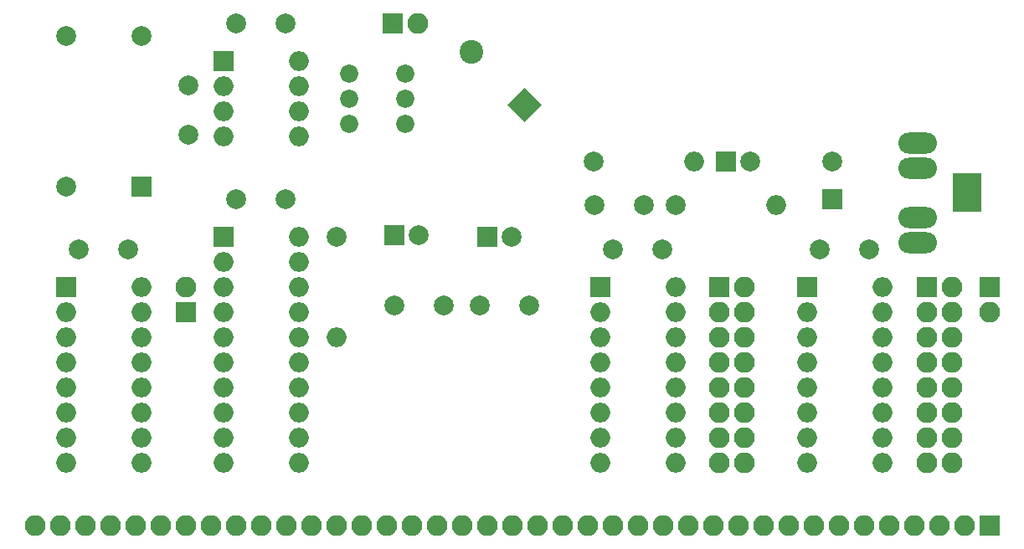
<source format=gbs>
G04 #@! TF.FileFunction,Soldermask,Bot*
%FSLAX46Y46*%
G04 Gerber Fmt 4.6, Leading zero omitted, Abs format (unit mm)*
G04 Created by KiCad (PCBNEW 4.0.7) date 12/28/18 17:53:24*
%MOMM*%
%LPD*%
G01*
G04 APERTURE LIST*
%ADD10C,0.100000*%
%ADD11C,2.000000*%
%ADD12R,2.000000X2.000000*%
%ADD13R,2.100000X2.100000*%
%ADD14O,2.100000X2.100000*%
%ADD15C,2.400000*%
%ADD16O,2.000000X2.000000*%
%ADD17C,1.840000*%
%ADD18R,2.900000X3.900000*%
%ADD19O,3.900000X2.150000*%
G04 APERTURE END LIST*
D10*
D11*
X113792000Y-119380000D03*
X118792000Y-119380000D03*
X92964000Y-102108000D03*
X92964000Y-97108000D03*
X122428000Y-119380000D03*
X127428000Y-119380000D03*
X139065000Y-109220000D03*
X134065000Y-109220000D03*
D12*
X158115000Y-108585000D03*
D11*
X158115000Y-104785000D03*
D13*
X146685000Y-117475000D03*
D14*
X149225000Y-117475000D03*
X146685000Y-120015000D03*
X149225000Y-120015000D03*
X146685000Y-122555000D03*
X149225000Y-122555000D03*
X146685000Y-125095000D03*
X149225000Y-125095000D03*
X146685000Y-127635000D03*
X149225000Y-127635000D03*
X146685000Y-130175000D03*
X149225000Y-130175000D03*
X146685000Y-132715000D03*
X149225000Y-132715000D03*
X146685000Y-135255000D03*
X149225000Y-135255000D03*
D13*
X167640000Y-117475000D03*
D14*
X170180000Y-117475000D03*
X167640000Y-120015000D03*
X170180000Y-120015000D03*
X167640000Y-122555000D03*
X170180000Y-122555000D03*
X167640000Y-125095000D03*
X170180000Y-125095000D03*
X167640000Y-127635000D03*
X170180000Y-127635000D03*
X167640000Y-130175000D03*
X170180000Y-130175000D03*
X167640000Y-132715000D03*
X170180000Y-132715000D03*
X167640000Y-135255000D03*
X170180000Y-135255000D03*
D13*
X173990000Y-141605000D03*
D14*
X171450000Y-141605000D03*
X168910000Y-141605000D03*
X166370000Y-141605000D03*
X163830000Y-141605000D03*
X161290000Y-141605000D03*
X158750000Y-141605000D03*
X156210000Y-141605000D03*
X153670000Y-141605000D03*
X151130000Y-141605000D03*
X148590000Y-141605000D03*
X146050000Y-141605000D03*
X143510000Y-141605000D03*
X140970000Y-141605000D03*
X138430000Y-141605000D03*
X135890000Y-141605000D03*
X133350000Y-141605000D03*
X130810000Y-141605000D03*
X128270000Y-141605000D03*
X125730000Y-141605000D03*
X123190000Y-141605000D03*
X120650000Y-141605000D03*
X118110000Y-141605000D03*
X115570000Y-141605000D03*
X113030000Y-141605000D03*
X110490000Y-141605000D03*
X107950000Y-141605000D03*
X105410000Y-141605000D03*
X102870000Y-141605000D03*
X100330000Y-141605000D03*
X97790000Y-141605000D03*
X95250000Y-141605000D03*
X92710000Y-141605000D03*
X90170000Y-141605000D03*
X87630000Y-141605000D03*
X85090000Y-141605000D03*
X82550000Y-141605000D03*
X80010000Y-141605000D03*
X77470000Y-141605000D03*
D13*
X113665000Y-90805000D03*
D14*
X116205000Y-90805000D03*
D10*
G36*
X128697056Y-99060000D02*
X127000000Y-100757056D01*
X125302944Y-99060000D01*
X127000000Y-97362944D01*
X128697056Y-99060000D01*
X128697056Y-99060000D01*
G37*
D15*
X121625988Y-93685988D03*
D11*
X133985000Y-104775000D03*
D16*
X144145000Y-104775000D03*
D11*
X107950000Y-112395000D03*
D16*
X107950000Y-122555000D03*
D11*
X142240000Y-109220000D03*
D16*
X152400000Y-109220000D03*
D17*
X114935000Y-95885000D03*
X114935000Y-98425000D03*
X114935000Y-100965000D03*
X109220000Y-95885000D03*
X109220000Y-98425000D03*
X109220000Y-100965000D03*
D12*
X96520000Y-94615000D03*
D16*
X104140000Y-102235000D03*
X96520000Y-97155000D03*
X104140000Y-99695000D03*
X96520000Y-99695000D03*
X104140000Y-97155000D03*
X96520000Y-102235000D03*
X104140000Y-94615000D03*
D12*
X96520000Y-112395000D03*
D16*
X104140000Y-135255000D03*
X96520000Y-114935000D03*
X104140000Y-132715000D03*
X96520000Y-117475000D03*
X104140000Y-130175000D03*
X96520000Y-120015000D03*
X104140000Y-127635000D03*
X96520000Y-122555000D03*
X104140000Y-125095000D03*
X96520000Y-125095000D03*
X104140000Y-122555000D03*
X96520000Y-127635000D03*
X104140000Y-120015000D03*
X96520000Y-130175000D03*
X104140000Y-117475000D03*
X96520000Y-132715000D03*
X104140000Y-114935000D03*
X96520000Y-135255000D03*
X104140000Y-112395000D03*
D12*
X134620000Y-117475000D03*
D16*
X142240000Y-135255000D03*
X134620000Y-120015000D03*
X142240000Y-132715000D03*
X134620000Y-122555000D03*
X142240000Y-130175000D03*
X134620000Y-125095000D03*
X142240000Y-127635000D03*
X134620000Y-127635000D03*
X142240000Y-125095000D03*
X134620000Y-130175000D03*
X142240000Y-122555000D03*
X134620000Y-132715000D03*
X142240000Y-120015000D03*
X134620000Y-135255000D03*
X142240000Y-117475000D03*
D12*
X155575000Y-117475000D03*
D16*
X163195000Y-135255000D03*
X155575000Y-120015000D03*
X163195000Y-132715000D03*
X155575000Y-122555000D03*
X163195000Y-130175000D03*
X155575000Y-125095000D03*
X163195000Y-127635000D03*
X155575000Y-127635000D03*
X163195000Y-125095000D03*
X155575000Y-130175000D03*
X163195000Y-122555000D03*
X155575000Y-132715000D03*
X163195000Y-120015000D03*
X155575000Y-135255000D03*
X163195000Y-117475000D03*
D12*
X80645000Y-117475000D03*
D16*
X88265000Y-135255000D03*
X80645000Y-120015000D03*
X88265000Y-132715000D03*
X80645000Y-122555000D03*
X88265000Y-130175000D03*
X80645000Y-125095000D03*
X88265000Y-127635000D03*
X80645000Y-127635000D03*
X88265000Y-125095000D03*
X80645000Y-130175000D03*
X88265000Y-122555000D03*
X80645000Y-132715000D03*
X88265000Y-120015000D03*
X80645000Y-135255000D03*
X88265000Y-117475000D03*
D12*
X88265000Y-107315000D03*
D11*
X80645000Y-107315000D03*
X80645000Y-92075000D03*
X88265000Y-92075000D03*
D18*
X171776000Y-107950000D03*
D19*
X166770000Y-112950000D03*
X166770000Y-102950000D03*
X166770000Y-110450000D03*
X166770000Y-105450000D03*
D11*
X97790000Y-90805000D03*
X102790000Y-90805000D03*
X81915000Y-113665000D03*
X86915000Y-113665000D03*
X97790000Y-108585000D03*
X102790000Y-108585000D03*
X135890000Y-113665000D03*
X140890000Y-113665000D03*
X156845000Y-113665000D03*
X161845000Y-113665000D03*
D13*
X92710000Y-120015000D03*
D14*
X92710000Y-117475000D03*
D13*
X173990000Y-117475000D03*
D14*
X173990000Y-120015000D03*
D12*
X113792000Y-112268000D03*
D11*
X116292000Y-112268000D03*
D12*
X147320000Y-104775000D03*
D11*
X149820000Y-104775000D03*
D12*
X123190000Y-112395000D03*
D11*
X125690000Y-112395000D03*
M02*

</source>
